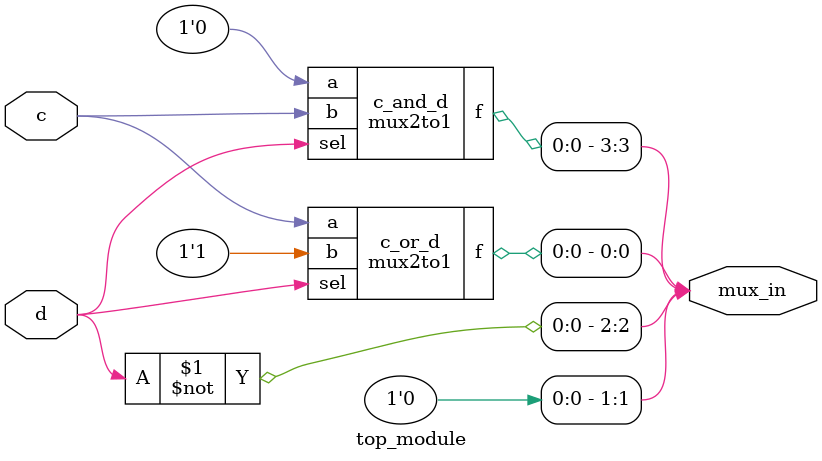
<source format=v>
module mux2to1(input a,b ,sel, output f);
    assign f = (~sel&a)| (sel&b);
endmodule
module top_module (
    input c,
    input d,
    output [3:0] mux_in
); 
    mux2to1 c_or_d (c,1'b1,d,mux_in[0]);
    mux2to1 c_and_d (1'b0,c,d, mux_in[3]);
    assign mux_in[2] = ~d;
    assign mux_in[1] = 1'b0;
endmodule

</source>
